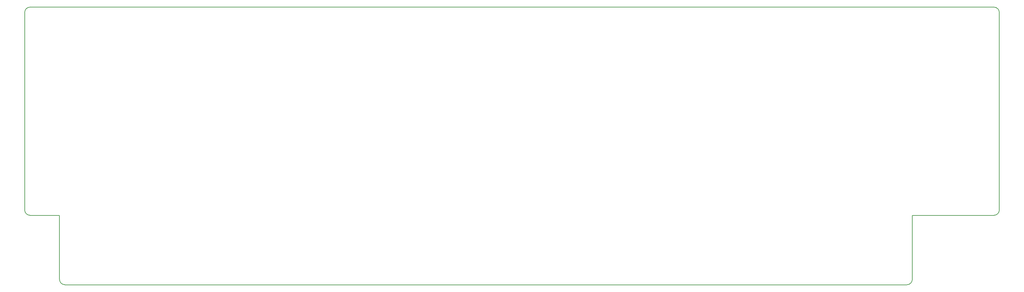
<source format=gbr>
G04 #@! TF.GenerationSoftware,KiCad,Pcbnew,(6.0.5)*
G04 #@! TF.CreationDate,2022-05-30T17:57:35-07:00*
G04 #@! TF.ProjectId,ttocyobItnA,74746f63-796f-4624-9974-6e412e6b6963,rev?*
G04 #@! TF.SameCoordinates,Original*
G04 #@! TF.FileFunction,Profile,NP*
%FSLAX46Y46*%
G04 Gerber Fmt 4.6, Leading zero omitted, Abs format (unit mm)*
G04 Created by KiCad (PCBNEW (6.0.5)) date 2022-05-30 17:57:35*
%MOMM*%
%LPD*%
G01*
G04 APERTURE LIST*
G04 #@! TA.AperFunction,Profile*
%ADD10C,0.150000*%
G04 #@! TD*
G04 APERTURE END LIST*
D10*
X300897500Y-40490000D02*
X37227500Y-40490000D01*
X45252500Y-97610000D02*
X37227500Y-97610000D01*
X277085000Y-116660000D02*
X46752500Y-116660000D01*
X35727500Y-96110000D02*
G75*
G03*
X37227500Y-97610000I1500000J0D01*
G01*
X302397500Y-41990000D02*
G75*
G03*
X300897500Y-40490000I-1500000J0D01*
G01*
X35727500Y-96110000D02*
X35727500Y-41990000D01*
X277085000Y-116660000D02*
G75*
G03*
X278585000Y-115160000I0J1500000D01*
G01*
X300897500Y-97610000D02*
X278585000Y-97610000D01*
X37227500Y-40490000D02*
G75*
G03*
X35727500Y-41990000I0J-1500000D01*
G01*
X278585000Y-115160000D02*
X278585000Y-97610000D01*
X302397500Y-96110000D02*
X302397500Y-41990000D01*
X45252500Y-115160000D02*
G75*
G03*
X46752500Y-116660000I1500000J0D01*
G01*
X45252500Y-115160000D02*
X45252500Y-97610000D01*
X300897500Y-97610000D02*
G75*
G03*
X302397500Y-96110000I0J1500000D01*
G01*
M02*

</source>
